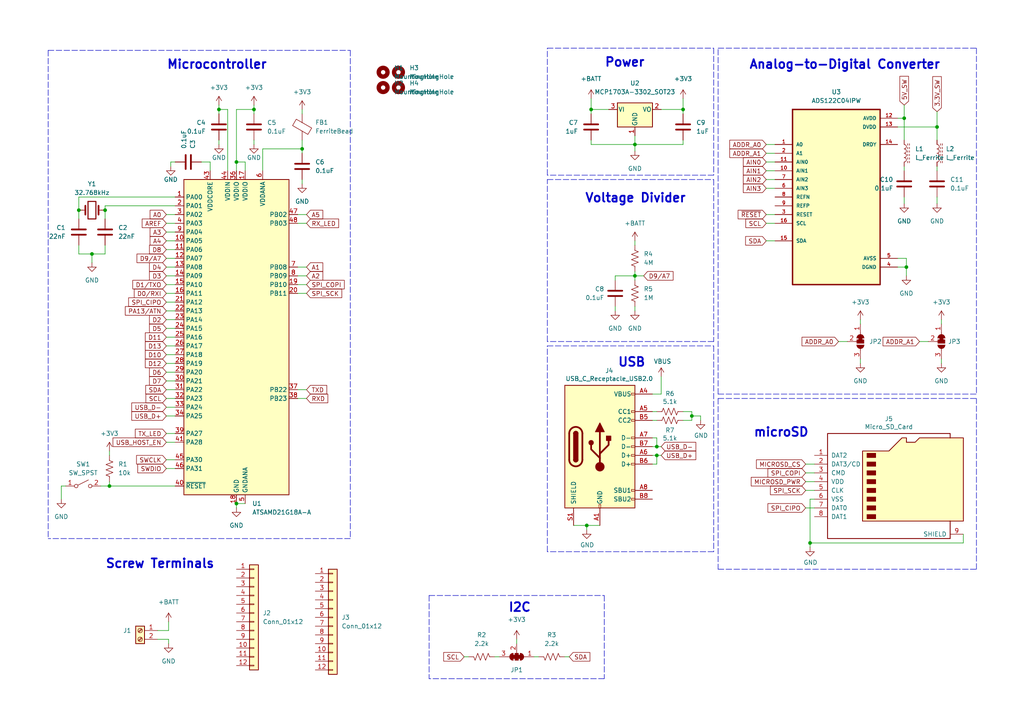
<source format=kicad_sch>
(kicad_sch (version 20211123) (generator eeschema)
  (paper "A4")
  (lib_symbols
    (symbol "Connector:Micro_SD_Card" (pin_names (offset 1.016))
      (property "Reference" "J" (at -16.51 15.24 0))
      (property "Value" "Micro_SD_Card" (at 16.51 15.24 0))
      (symbol "Micro_SD_Card_1_1"
        (pin bidirectional line (at -22.86 7.62 0) (length 3.81) (name "DAT2") (number "1"))
        (pin bidirectional line (at -22.86 5.08 0) (length 3.81) (name "DAT3/CD") (number "2"))
        (pin input line (at -22.86 2.54 0) (length 3.81) (name "CMD") (number "3"))
        (pin power_in line (at -22.86 0 0) (length 3.81) (name "VDD") (number "4"))
        (pin input line (at -22.86 -2.54 0) (length 3.81) (name "CLK") (number "5"))
        (pin power_in line (at -22.86 -5.08 0) (length 3.81) (name "VSS") (number "6"))
        (pin bidirectional line (at -22.86 -7.62 0) (length 3.81) (name "DAT0") (number "7"))
        (pin bidirectional line (at -22.86 -10.16 0) (length 3.81) (name "DAT1") (number "8"))
        (pin passive line (at 20.32 -15.24 180) (length 3.81) (name "SHIELD") (number "9"))
      )
    )
    (symbol "Connector:Screw_Terminal_01x02" (pin_names (offset 1.016) hide)
      (property "Reference" "J" (at 0 2.54 0))
      (property "Value" "Screw_Terminal_01x02" (at 0 -5.08 0))
      (symbol "Screw_Terminal_01x02_1_1"
        (pin passive line (at -5.08 0 0) (length 3.81) (name "Pin_1") (number "1"))
        (pin passive line (at -5.08 -2.54 0) (length 3.81) (name "Pin_2") (number "2"))
      )
    )
    (symbol "Connector:USB_C_Receptacle_USB2.0" (pin_names (offset 1.016))
      (property "Reference" "J" (at -10.16 19.05 0))
      (property "Value" "USB_C_Receptacle_USB2.0" (at 19.05 19.05 0))
      (symbol "USB_C_Receptacle_USB2.0_1_1"
        (pin passive line (at 0 -22.86 90) (length 5.08) (name "GND") (number "A1"))
        (pin passive line (at 0 -22.86 90) (length 5.08) hide (name "GND") (number "A12"))
        (pin passive line (at 15.24 15.24 180) (length 5.08) (name "VBUS") (number "A4"))
        (pin bidirectional line (at 15.24 10.16 180) (length 5.08) (name "CC1") (number "A5"))
        (pin bidirectional line (at 15.24 -2.54 180) (length 5.08) (name "D+") (number "A6"))
        (pin bidirectional line (at 15.24 2.54 180) (length 5.08) (name "D-") (number "A7"))
        (pin bidirectional line (at 15.24 -12.7 180) (length 5.08) (name "SBU1") (number "A8"))
        (pin passive line (at 15.24 15.24 180) (length 5.08) hide (name "VBUS") (number "A9"))
        (pin passive line (at 0 -22.86 90) (length 5.08) hide (name "GND") (number "B1"))
        (pin passive line (at 0 -22.86 90) (length 5.08) hide (name "GND") (number "B12"))
        (pin passive line (at 15.24 15.24 180) (length 5.08) hide (name "VBUS") (number "B4"))
        (pin bidirectional line (at 15.24 7.62 180) (length 5.08) (name "CC2") (number "B5"))
        (pin bidirectional line (at 15.24 -5.08 180) (length 5.08) (name "D+") (number "B6"))
        (pin bidirectional line (at 15.24 0 180) (length 5.08) (name "D-") (number "B7"))
        (pin bidirectional line (at 15.24 -15.24 180) (length 5.08) (name "SBU2") (number "B8"))
        (pin passive line (at 15.24 15.24 180) (length 5.08) hide (name "VBUS") (number "B9"))
        (pin passive line (at -7.62 -22.86 90) (length 5.08) (name "SHIELD") (number "S1"))
      )
    )
    (symbol "Connector_Generic:Conn_01x12" (pin_names (offset 1.016) hide)
      (property "Reference" "J" (at 0 15.24 0))
      (property "Value" "Conn_01x12" (at 0 -17.78 0))
      (symbol "Conn_01x12_1_1"
        (pin passive line (at -5.08 12.7 0) (length 3.81) (name "Pin_1") (number "1"))
        (pin passive line (at -5.08 -10.16 0) (length 3.81) (name "Pin_10") (number "10"))
        (pin passive line (at -5.08 -12.7 0) (length 3.81) (name "Pin_11") (number "11"))
        (pin passive line (at -5.08 -15.24 0) (length 3.81) (name "Pin_12") (number "12"))
        (pin passive line (at -5.08 10.16 0) (length 3.81) (name "Pin_2") (number "2"))
        (pin passive line (at -5.08 7.62 0) (length 3.81) (name "Pin_3") (number "3"))
        (pin passive line (at -5.08 5.08 0) (length 3.81) (name "Pin_4") (number "4"))
        (pin passive line (at -5.08 2.54 0) (length 3.81) (name "Pin_5") (number "5"))
        (pin passive line (at -5.08 0 0) (length 3.81) (name "Pin_6") (number "6"))
        (pin passive line (at -5.08 -2.54 0) (length 3.81) (name "Pin_7") (number "7"))
        (pin passive line (at -5.08 -5.08 0) (length 3.81) (name "Pin_8") (number "8"))
        (pin passive line (at -5.08 -7.62 0) (length 3.81) (name "Pin_9") (number "9"))
      )
    )
    (symbol "Cryologger:ADS122C04IPW" (pin_names (offset 1.016))
      (property "Reference" "U" (at -12.7 26.3906 0))
      (property "Value" "ADS122C04IPW" (at -12.7 -29.3878 0))
      (symbol "ADS122C04IPW_0_0"
        (pin input line (at -17.78 15.24 0) (length 5.08) (name "A0") (number "1"))
        (pin input line (at -17.78 7.62 0) (length 5.08) (name "AIN1") (number "10"))
        (pin input line (at -17.78 10.16 0) (length 5.08) (name "AIN0") (number "11"))
        (pin power_in line (at 17.78 22.86 180) (length 5.08) (name "AVDD") (number "12"))
        (pin power_in line (at 17.78 20.32 180) (length 5.08) (name "DVDD") (number "13"))
        (pin output line (at 17.78 15.24 180) (length 5.08) (name "DRDY") (number "14"))
        (pin bidirectional line (at -17.78 -12.7 0) (length 5.08) (name "SDA") (number "15"))
        (pin input line (at -17.78 -7.62 0) (length 5.08) (name "SCL") (number "16"))
        (pin input line (at -17.78 12.7 0) (length 5.08) (name "A1") (number "2"))
        (pin input line (at -17.78 -5.08 0) (length 5.08) (name "RESET") (number "3"))
        (pin power_in line (at 17.78 -20.32 180) (length 5.08) (name "DGND") (number "4"))
        (pin power_in line (at 17.78 -17.78 180) (length 5.08) (name "AVSS") (number "5"))
        (pin input line (at -17.78 2.54 0) (length 5.08) (name "AIN3") (number "6"))
        (pin input line (at -17.78 5.08 0) (length 5.08) (name "AIN2") (number "7"))
        (pin input line (at -17.78 0 0) (length 5.08) (name "REFN") (number "8"))
        (pin input line (at -17.78 -2.54 0) (length 5.08) (name "REFP") (number "9"))
      )
    )
    (symbol "Device:C" (pin_numbers hide) (pin_names (offset 0.254))
      (property "Reference" "C" (at 0.635 2.54 0))
      (property "Value" "C" (at 0.635 -2.54 0))
      (symbol "C_1_1"
        (pin passive line (at 0 3.81 270) (length 2.794) (name "~") (number "1"))
        (pin passive line (at 0 -3.81 90) (length 2.794) (name "~") (number "2"))
      )
    )
    (symbol "Device:Crystal" (pin_numbers hide) (pin_names (offset 1.016) hide)
      (property "Reference" "Y" (at 0 3.81 0))
      (property "Value" "Crystal" (at 0 -3.81 0))
      (symbol "Crystal_1_1"
        (pin passive line (at -3.81 0 0) (length 1.27) (name "1") (number "1"))
        (pin passive line (at 3.81 0 180) (length 1.27) (name "2") (number "2"))
      )
    )
    (symbol "Device:FerriteBead" (pin_numbers hide) (pin_names (offset 0))
      (property "Reference" "FB" (at -3.81 0.635 90))
      (property "Value" "FerriteBead" (at 3.81 0 90))
      (symbol "FerriteBead_1_1"
        (pin passive line (at 0 3.81 270) (length 2.54) (name "~") (number "1"))
        (pin passive line (at 0 -3.81 90) (length 2.54) (name "~") (number "2"))
      )
    )
    (symbol "Device:L_Ferrite" (pin_numbers hide) (pin_names (offset 1.016) hide)
      (property "Reference" "L" (at -1.27 0 90))
      (property "Value" "L_Ferrite" (at 2.794 0 90))
      (symbol "L_Ferrite_1_1"
        (pin passive line (at 0 3.81 270) (length 1.27) (name "1") (number "1"))
        (pin passive line (at 0 -3.81 90) (length 1.27) (name "2") (number "2"))
      )
    )
    (symbol "Device:R_US" (pin_numbers hide) (pin_names (offset 0))
      (property "Reference" "R" (at 2.54 0 90))
      (property "Value" "R_US" (at -2.54 0 90))
      (symbol "R_US_1_1"
        (pin passive line (at 0 3.81 270) (length 1.27) (name "~") (number "1"))
        (pin passive line (at 0 -3.81 90) (length 1.27) (name "~") (number "2"))
      )
    )
    (symbol "Jumper:SolderJumper_3_Bridged12" (pin_names (offset 0) hide)
      (property "Reference" "JP" (at -2.54 -2.54 0))
      (property "Value" "SolderJumper_3_Bridged12" (at 0 2.794 0))
      (symbol "SolderJumper_3_Bridged12_1_1"
        (pin passive line (at -5.08 0 0) (length 2.54) (name "A") (number "1"))
        (pin passive line (at 0 -3.81 90) (length 2.54) (name "C") (number "2"))
        (pin passive line (at 5.08 0 180) (length 2.54) (name "B") (number "3"))
      )
    )
    (symbol "Jumper:SolderJumper_3_Bridged123" (pin_names (offset 0) hide)
      (property "Reference" "JP" (at -2.54 -2.54 0))
      (property "Value" "SolderJumper_3_Bridged123" (at 0 2.794 0))
      (symbol "SolderJumper_3_Bridged123_1_1"
        (pin passive line (at -5.08 0 0) (length 2.54) (name "A") (number "1"))
        (pin passive line (at 0 -3.81 90) (length 2.54) (name "C") (number "2"))
        (pin passive line (at 5.08 0 180) (length 2.54) (name "B") (number "3"))
      )
    )
    (symbol "MCU_Microchip_SAMD:ATSAMD21G18A-A"
      (property "Reference" "U" (at -13.97 46.99 0))
      (property "Value" "ATSAMD21G18A-A" (at 16.51 46.99 0))
      (symbol "ATSAMD21G18A-A_1_1"
        (pin bidirectional line (at -17.78 40.64 0) (length 2.54) (name "PA00") (number "1"))
        (pin bidirectional line (at -17.78 27.94 0) (length 2.54) (name "PA05") (number "10"))
        (pin bidirectional line (at -17.78 25.4 0) (length 2.54) (name "PA06") (number "11"))
        (pin bidirectional line (at -17.78 22.86 0) (length 2.54) (name "PA07") (number "12"))
        (pin bidirectional line (at -17.78 20.32 0) (length 2.54) (name "PA08") (number "13"))
        (pin bidirectional line (at -17.78 17.78 0) (length 2.54) (name "PA09") (number "14"))
        (pin bidirectional line (at -17.78 15.24 0) (length 2.54) (name "PA10") (number "15"))
        (pin bidirectional line (at -17.78 12.7 0) (length 2.54) (name "PA11") (number "16"))
        (pin power_in line (at 2.54 48.26 270) (length 2.54) (name "VDDIO") (number "17"))
        (pin power_in line (at 0 -48.26 90) (length 2.54) (name "GND") (number "18"))
        (pin bidirectional line (at 17.78 15.24 180) (length 2.54) (name "PB10") (number "19"))
        (pin bidirectional line (at -17.78 38.1 0) (length 2.54) (name "PA01") (number "2"))
        (pin bidirectional line (at 17.78 12.7 180) (length 2.54) (name "PB11") (number "20"))
        (pin bidirectional line (at -17.78 10.16 0) (length 2.54) (name "PA12") (number "21"))
        (pin bidirectional line (at -17.78 7.62 0) (length 2.54) (name "PA13") (number "22"))
        (pin bidirectional line (at -17.78 5.08 0) (length 2.54) (name "PA14") (number "23"))
        (pin bidirectional line (at -17.78 2.54 0) (length 2.54) (name "PA15") (number "24"))
        (pin bidirectional line (at -17.78 0 0) (length 2.54) (name "PA16") (number "25"))
        (pin bidirectional line (at -17.78 -2.54 0) (length 2.54) (name "PA17") (number "26"))
        (pin bidirectional line (at -17.78 -5.08 0) (length 2.54) (name "PA18") (number "27"))
        (pin bidirectional line (at -17.78 -7.62 0) (length 2.54) (name "PA19") (number "28"))
        (pin bidirectional line (at -17.78 -10.16 0) (length 2.54) (name "PA20") (number "29"))
        (pin bidirectional line (at -17.78 35.56 0) (length 2.54) (name "PA02") (number "3"))
        (pin bidirectional line (at -17.78 -12.7 0) (length 2.54) (name "PA21") (number "30"))
        (pin bidirectional line (at -17.78 -15.24 0) (length 2.54) (name "PA22") (number "31"))
        (pin bidirectional line (at -17.78 -17.78 0) (length 2.54) (name "PA23") (number "32"))
        (pin bidirectional line (at -17.78 -20.32 0) (length 2.54) (name "PA24") (number "33"))
        (pin bidirectional line (at -17.78 -22.86 0) (length 2.54) (name "PA25") (number "34"))
        (pin passive line (at 0 -48.26 90) (length 2.54) hide (name "GND") (number "35"))
        (pin power_in line (at 0 48.26 270) (length 2.54) (name "VDDIO") (number "36"))
        (pin bidirectional line (at 17.78 -15.24 180) (length 2.54) (name "PB22") (number "37"))
        (pin bidirectional line (at 17.78 -17.78 180) (length 2.54) (name "PB23") (number "38"))
        (pin bidirectional line (at -17.78 -27.94 0) (length 2.54) (name "PA27") (number "39"))
        (pin bidirectional line (at -17.78 33.02 0) (length 2.54) (name "PA03") (number "4"))
        (pin input line (at -17.78 -43.18 0) (length 2.54) (name "~{RESET}") (number "40"))
        (pin bidirectional line (at -17.78 -30.48 0) (length 2.54) (name "PA28") (number "41"))
        (pin passive line (at 0 -48.26 90) (length 2.54) hide (name "GND") (number "42"))
        (pin power_out line (at -7.62 48.26 270) (length 2.54) (name "VDDCORE") (number "43"))
        (pin power_in line (at -2.54 48.26 270) (length 2.54) (name "VDDIN") (number "44"))
        (pin bidirectional line (at -17.78 -35.56 0) (length 2.54) (name "PA30") (number "45"))
        (pin bidirectional line (at -17.78 -38.1 0) (length 2.54) (name "PA31") (number "46"))
        (pin bidirectional line (at 17.78 35.56 180) (length 2.54) (name "PB02") (number "47"))
        (pin bidirectional line (at 17.78 33.02 180) (length 2.54) (name "PB03") (number "48"))
        (pin power_in line (at 2.54 -48.26 90) (length 2.54) (name "GNDANA") (number "5"))
        (pin power_in line (at 7.62 48.26 270) (length 2.54) (name "VDDANA") (number "6"))
        (pin bidirectional line (at 17.78 20.32 180) (length 2.54) (name "PB08") (number "7"))
        (pin bidirectional line (at 17.78 17.78 180) (length 2.54) (name "PB09") (number "8"))
        (pin bidirectional line (at -17.78 30.48 0) (length 2.54) (name "PA04") (number "9"))
      )
    )
    (symbol "Mechanical:MountingHole" (pin_names (offset 1.016))
      (property "Reference" "H" (at 0 5.08 0))
      (property "Value" "MountingHole" (at 0 3.175 0))
    )
    (symbol "Regulator_Linear:MCP1703A-3302_SOT23" (pin_names (offset 0.254))
      (property "Reference" "U" (at -3.81 3.175 0))
      (property "Value" "MCP1703A-3302_SOT23" (at 0 3.175 0))
      (symbol "MCP1703A-3302_SOT23_1_1"
        (pin power_in line (at 0 -7.62 90) (length 2.54) (name "GND") (number "1"))
        (pin power_out line (at 7.62 0 180) (length 2.54) (name "VO") (number "2"))
        (pin power_in line (at -7.62 0 0) (length 2.54) (name "VI") (number "3"))
      )
    )
    (symbol "Switch:SW_SPST" (pin_names (offset 0) hide)
      (property "Reference" "SW" (at 0 3.175 0))
      (property "Value" "SW_SPST" (at 0 -2.54 0))
      (symbol "SW_SPST_1_1"
        (pin passive line (at -5.08 0 0) (length 2.54) (name "A") (number "1"))
        (pin passive line (at 5.08 0 180) (length 2.54) (name "B") (number "2"))
      )
    )
    (symbol "power:+3.3V" (power) (pin_names (offset 0))
      (property "Value" "+3.3V" (at 0 3.556 0))
      (symbol "+3.3V_1_1"
        (pin power_in line (at 0 0 90) (length 0) hide (name "+3V3") (number "1"))
      )
    )
    (symbol "power:+BATT" (power) (pin_names (offset 0))
      (property "Value" "+BATT" (at 0 3.556 0))
      (symbol "+BATT_1_1"
        (pin power_in line (at 0 0 90) (length 0) hide (name "+BATT") (number "1"))
      )
    )
    (symbol "power:GND" (power) (pin_names (offset 0))
      (property "Value" "GND" (at 0 -3.81 0))
      (symbol "GND_1_1"
        (pin power_in line (at 0 0 270) (length 0) hide (name "GND") (number "1"))
      )
    )
    (symbol "power:VBUS" (power) (pin_names (offset 0))
      (property "Value" "VBUS" (at 0 3.81 0))
      (symbol "VBUS_1_1"
        (pin power_in line (at 0 0 90) (length 0) hide (name "VBUS") (number "1"))
      )
    )
  )
  (junction (at 198.12 31.75))
  (junction (at 234.95 157.48))
  (junction (at 190.5 132.08))
  (junction (at 190.5 129.54))
  (junction (at 184.15 80.01))
  (junction (at 68.58 46.99))
  (junction (at 26.67 73.66))
  (junction (at 184.15 41.91))
  (junction (at 170.18 152.4))
  (junction (at 262.89 77.47))
  (junction (at 262.255 34.29))
  (junction (at 171.45 31.75))
  (junction (at 73.66 31.75))
  (junction (at 68.58 146.05))
  (junction (at 31.75 140.97))
  (junction (at 63.5 31.75))
  (junction (at 87.63 43.18))
  (junction (at 271.78 36.83))
  (junction (at 30.48 60.96))
  (junction (at 22.86 60.96))
  (junction (at 200.66 120.65))
  (wire (pts (xy 48.26 107.95) (xy 50.8 107.95)))
  (wire (pts (xy 48.26 102.87) (xy 50.8 102.87)))
  (wire (pts (xy 262.89 77.47) (xy 262.89 80.01)))
  (wire (pts (xy 222.25 54.61) (xy 224.79 54.61)))
  (wire (pts (xy 260.35 77.47) (xy 262.89 77.47)))
  (polyline (pts (xy 207.01 50.8) (xy 158.75 50.8)))
  (wire (pts (xy 86.36 77.47) (xy 88.9 77.47)))
  (wire (pts (xy 63.5 30.48) (xy 63.5 31.75)))
  (polyline (pts (xy 158.75 50.8) (xy 158.75 13.97)))
  (wire (pts (xy 48.26 110.49) (xy 50.8 110.49)))
  (wire (pts (xy 171.45 31.75) (xy 171.45 28.575)))
  (wire (pts (xy 171.45 31.75) (xy 176.53 31.75)))
  (wire (pts (xy 87.63 43.18) (xy 87.63 44.45)))
  (wire (pts (xy 86.36 82.55) (xy 88.9 82.55)))
  (wire (pts (xy 243.205 99.06) (xy 245.745 99.06)))
  (polyline (pts (xy 158.75 100.33) (xy 207.01 100.33)))
  (wire (pts (xy 48.26 118.11) (xy 50.8 118.11)))
  (wire (pts (xy 184.15 69.85) (xy 184.15 71.12)))
  (wire (pts (xy 31.75 140.97) (xy 31.75 139.7)))
  (polyline (pts (xy 208.28 114.3) (xy 208.28 13.97)))
  (polyline (pts (xy 158.75 160.02) (xy 158.75 100.33)))
  (wire (pts (xy 48.26 128.27) (xy 50.8 128.27)))
  (wire (pts (xy 86.36 64.77) (xy 88.9 64.77)))
  (polyline (pts (xy 124.46 172.72) (xy 175.26 172.72)))
  (polyline (pts (xy 283.21 165.1) (xy 283.21 115.57)))
  (wire (pts (xy 86.36 115.57) (xy 88.9 115.57)))
  (wire (pts (xy 200.66 121.92) (xy 200.66 120.65)))
  (wire (pts (xy 234.95 157.48) (xy 279.4 157.48)))
  (wire (pts (xy 189.23 114.3) (xy 191.77 114.3)))
  (wire (pts (xy 149.86 185.42) (xy 149.86 186.69)))
  (wire (pts (xy 184.15 88.9) (xy 184.15 90.17)))
  (wire (pts (xy 198.12 28.575) (xy 198.12 31.75)))
  (wire (pts (xy 198.12 40.64) (xy 198.12 41.91)))
  (wire (pts (xy 22.86 57.15) (xy 22.86 60.96)))
  (wire (pts (xy 48.895 185.42) (xy 48.895 186.69)))
  (polyline (pts (xy 208.28 115.57) (xy 208.28 165.1)))
  (wire (pts (xy 87.63 33.02) (xy 87.63 31.75)))
  (wire (pts (xy 48.26 69.85) (xy 50.8 69.85)))
  (polyline (pts (xy 175.26 196.85) (xy 124.46 196.85)))
  (wire (pts (xy 266.7 99.06) (xy 269.24 99.06)))
  (wire (pts (xy 189.23 132.08) (xy 190.5 132.08)))
  (wire (pts (xy 249.555 92.71) (xy 249.555 93.98)))
  (polyline (pts (xy 208.28 13.97) (xy 283.21 13.97)))
  (wire (pts (xy 68.58 46.99) (xy 68.58 31.75)))
  (wire (pts (xy 30.48 60.96) (xy 30.48 59.69)))
  (polyline (pts (xy 13.97 14.605) (xy 13.97 156.21)))
  (wire (pts (xy 68.58 49.53) (xy 68.58 46.99)))
  (wire (pts (xy 26.67 73.66) (xy 26.67 76.2)))
  (wire (pts (xy 86.36 62.23) (xy 88.9 62.23)))
  (wire (pts (xy 48.895 182.88) (xy 48.895 180.34)))
  (polyline (pts (xy 208.28 114.3) (xy 283.21 114.3)))
  (wire (pts (xy 262.255 34.29) (xy 262.255 40.64)))
  (polyline (pts (xy 13.97 14.605) (xy 101.6 14.605)))
  (wire (pts (xy 189.23 127) (xy 190.5 127)))
  (wire (pts (xy 45.72 182.88) (xy 48.895 182.88)))
  (wire (pts (xy 178.435 88.9) (xy 178.435 90.17)))
  (wire (pts (xy 48.26 87.63) (xy 50.8 87.63)))
  (polyline (pts (xy 283.21 13.97) (xy 283.21 114.3)))
  (wire (pts (xy 191.77 114.3) (xy 191.77 109.22)))
  (wire (pts (xy 189.23 134.62) (xy 190.5 134.62)))
  (wire (pts (xy 48.26 135.89) (xy 50.8 135.89)))
  (wire (pts (xy 191.77 31.75) (xy 198.12 31.75)))
  (wire (pts (xy 48.26 133.35) (xy 50.8 133.35)))
  (wire (pts (xy 48.26 85.09) (xy 50.8 85.09)))
  (wire (pts (xy 200.66 120.65) (xy 200.66 119.38)))
  (wire (pts (xy 30.48 59.69) (xy 50.8 59.69)))
  (wire (pts (xy 73.66 31.75) (xy 73.66 33.02)))
  (wire (pts (xy 184.15 80.01) (xy 186.69 80.01)))
  (polyline (pts (xy 207.01 99.06) (xy 158.75 99.06)))
  (polyline (pts (xy 208.28 165.1) (xy 283.21 165.1)))
  (wire (pts (xy 234.95 157.48) (xy 234.95 158.75)))
  (polyline (pts (xy 207.01 52.07) (xy 207.01 99.06)))
  (wire (pts (xy 203.2 120.65) (xy 203.2 121.92)))
  (wire (pts (xy 171.45 40.64) (xy 171.45 41.91)))
  (wire (pts (xy 184.15 41.91) (xy 198.12 41.91)))
  (wire (pts (xy 273.05 92.71) (xy 273.05 93.98)))
  (wire (pts (xy 63.5 31.75) (xy 63.5 33.02)))
  (polyline (pts (xy 101.6 14.605) (xy 101.6 156.21)))
  (wire (pts (xy 48.26 92.71) (xy 50.8 92.71)))
  (wire (pts (xy 68.58 146.05) (xy 71.12 146.05)))
  (wire (pts (xy 68.58 146.05) (xy 68.58 147.32)))
  (wire (pts (xy 184.15 39.37) (xy 184.15 41.91)))
  (wire (pts (xy 234.95 144.78) (xy 234.95 157.48)))
  (wire (pts (xy 170.18 153.67) (xy 170.18 152.4)))
  (wire (pts (xy 222.25 52.07) (xy 224.79 52.07)))
  (polyline (pts (xy 175.26 172.72) (xy 175.26 196.85)))
  (wire (pts (xy 143.51 190.5) (xy 144.78 190.5)))
  (wire (pts (xy 134.62 190.5) (xy 135.89 190.5)))
  (wire (pts (xy 222.25 62.23) (xy 224.79 62.23)))
  (wire (pts (xy 273.05 104.14) (xy 273.05 105.41)))
  (wire (pts (xy 76.2 49.53) (xy 76.2 43.18)))
  (polyline (pts (xy 208.28 115.57) (xy 283.21 115.57)))
  (wire (pts (xy 71.12 46.99) (xy 71.12 49.53)))
  (wire (pts (xy 184.15 43.815) (xy 184.15 41.91)))
  (wire (pts (xy 48.26 113.03) (xy 50.8 113.03)))
  (wire (pts (xy 58.42 46.99) (xy 60.96 46.99)))
  (wire (pts (xy 222.25 44.45) (xy 224.79 44.45)))
  (wire (pts (xy 279.4 154.94) (xy 279.4 157.48)))
  (polyline (pts (xy 158.75 13.97) (xy 207.01 13.97)))
  (polyline (pts (xy 158.75 52.07) (xy 207.01 52.07)))
  (wire (pts (xy 73.66 30.48) (xy 73.66 31.75)))
  (wire (pts (xy 48.26 105.41) (xy 50.8 105.41)))
  (wire (pts (xy 48.26 95.25) (xy 50.8 95.25)))
  (wire (pts (xy 222.25 41.91) (xy 224.79 41.91)))
  (wire (pts (xy 222.25 64.77) (xy 224.79 64.77)))
  (wire (pts (xy 48.26 100.33) (xy 50.8 100.33)))
  (wire (pts (xy 190.5 129.54) (xy 190.5 127)))
  (wire (pts (xy 262.255 57.15) (xy 262.255 59.055)))
  (wire (pts (xy 166.37 152.4) (xy 170.18 152.4)))
  (polyline (pts (xy 207.01 100.33) (xy 207.01 160.02)))
  (wire (pts (xy 48.26 77.47) (xy 50.8 77.47)))
  (wire (pts (xy 189.23 129.54) (xy 190.5 129.54)))
  (wire (pts (xy 171.45 41.91) (xy 184.15 41.91)))
  (wire (pts (xy 184.15 80.01) (xy 184.15 81.28)))
  (wire (pts (xy 222.25 69.85) (xy 224.79 69.85)))
  (wire (pts (xy 190.5 129.54) (xy 191.77 129.54)))
  (wire (pts (xy 262.255 49.53) (xy 262.255 48.26)))
  (wire (pts (xy 73.66 40.64) (xy 73.66 41.91)))
  (wire (pts (xy 198.12 33.02) (xy 198.12 31.75)))
  (wire (pts (xy 236.22 144.78) (xy 234.95 144.78)))
  (wire (pts (xy 48.26 72.39) (xy 50.8 72.39)))
  (wire (pts (xy 271.78 32.385) (xy 271.78 36.83)))
  (wire (pts (xy 189.23 119.38) (xy 190.5 119.38)))
  (wire (pts (xy 262.89 74.93) (xy 262.89 77.47)))
  (wire (pts (xy 271.78 57.15) (xy 271.78 59.055)))
  (wire (pts (xy 200.66 120.65) (xy 203.2 120.65)))
  (wire (pts (xy 236.22 137.16) (xy 233.68 137.16)))
  (wire (pts (xy 29.21 140.97) (xy 31.75 140.97)))
  (wire (pts (xy 222.25 49.53) (xy 224.79 49.53)))
  (wire (pts (xy 48.26 74.93) (xy 50.8 74.93)))
  (wire (pts (xy 262.255 30.48) (xy 262.255 34.29)))
  (wire (pts (xy 48.26 125.73) (xy 50.8 125.73)))
  (wire (pts (xy 86.36 85.09) (xy 88.9 85.09)))
  (polyline (pts (xy 207.01 13.97) (xy 207.01 50.8)))
  (wire (pts (xy 190.5 134.62) (xy 190.5 132.08)))
  (wire (pts (xy 48.26 115.57) (xy 50.8 115.57)))
  (wire (pts (xy 22.86 63.5) (xy 22.86 60.96)))
  (wire (pts (xy 86.36 113.03) (xy 88.9 113.03)))
  (wire (pts (xy 260.35 74.93) (xy 262.89 74.93)))
  (wire (pts (xy 271.78 40.64) (xy 271.78 36.83)))
  (wire (pts (xy 48.26 80.01) (xy 50.8 80.01)))
  (wire (pts (xy 45.72 185.42) (xy 48.895 185.42)))
  (wire (pts (xy 165.1 190.5) (xy 163.83 190.5)))
  (wire (pts (xy 48.26 64.77) (xy 50.8 64.77)))
  (wire (pts (xy 87.63 52.07) (xy 87.63 53.34)))
  (wire (pts (xy 170.18 152.4) (xy 173.99 152.4)))
  (wire (pts (xy 200.66 119.38) (xy 198.12 119.38)))
  (wire (pts (xy 271.78 48.26) (xy 271.78 49.53)))
  (wire (pts (xy 48.26 120.65) (xy 50.8 120.65)))
  (polyline (pts (xy 101.6 156.21) (xy 13.97 156.21)))
  (wire (pts (xy 184.15 78.74) (xy 184.15 80.01)))
  (wire (pts (xy 48.26 97.79) (xy 50.8 97.79)))
  (wire (pts (xy 178.435 80.01) (xy 184.15 80.01)))
  (wire (pts (xy 260.35 34.29) (xy 262.255 34.29)))
  (wire (pts (xy 189.23 121.92) (xy 190.5 121.92)))
  (wire (pts (xy 48.26 67.31) (xy 50.8 67.31)))
  (wire (pts (xy 26.67 73.66) (xy 22.86 73.66)))
  (wire (pts (xy 236.22 134.62) (xy 233.68 134.62)))
  (wire (pts (xy 222.25 46.99) (xy 224.79 46.99)))
  (wire (pts (xy 86.36 80.01) (xy 88.9 80.01)))
  (wire (pts (xy 154.94 190.5) (xy 156.21 190.5)))
  (wire (pts (xy 17.78 144.78) (xy 17.78 140.97)))
  (polyline (pts (xy 124.46 172.72) (xy 124.46 196.85)))
  (wire (pts (xy 68.58 31.75) (xy 73.66 31.75)))
  (wire (pts (xy 31.75 140.97) (xy 50.8 140.97)))
  (wire (pts (xy 68.58 46.99) (xy 71.12 46.99)))
  (wire (pts (xy 87.63 40.64) (xy 87.63 43.18)))
  (wire (pts (xy 30.48 71.12) (xy 30.48 73.66)))
  (wire (pts (xy 178.435 81.28) (xy 178.435 80.01)))
  (wire (pts (xy 76.2 43.18) (xy 87.63 43.18)))
  (wire (pts (xy 236.22 147.32) (xy 233.68 147.32)))
  (wire (pts (xy 17.78 140.97) (xy 19.05 140.97)))
  (polyline (pts (xy 158.75 99.06) (xy 158.75 52.07)))
  (wire (pts (xy 233.68 139.7) (xy 236.22 139.7)))
  (wire (pts (xy 49.53 46.99) (xy 49.53 48.26)))
  (wire (pts (xy 48.26 62.23) (xy 50.8 62.23)))
  (wire (pts (xy 66.04 31.75) (xy 63.5 31.75)))
  (wire (pts (xy 190.5 132.08) (xy 191.77 132.08)))
  (wire (pts (xy 49.53 46.99) (xy 50.8 46.99)))
  (wire (pts (xy 171.45 31.75) (xy 171.45 33.02)))
  (wire (pts (xy 30.48 63.5) (xy 30.48 60.96)))
  (wire (pts (xy 249.555 104.14) (xy 249.555 105.41)))
  (wire (pts (xy 30.48 73.66) (xy 26.67 73.66)))
  (wire (pts (xy 236.22 142.24) (xy 233.68 142.24)))
  (wire (pts (xy 22.86 73.66) (xy 22.86 71.12)))
  (wire (pts (xy 22.86 57.15) (xy 50.8 57.15)))
  (wire (pts (xy 66.04 31.75) (xy 66.04 49.53)))
  (wire (pts (xy 198.12 121.92) (xy 200.66 121.92)))
  (wire (pts (xy 63.5 40.64) (xy 63.5 41.91)))
  (wire (pts (xy 260.35 36.83) (xy 271.78 36.83)))
  (wire (pts (xy 31.75 132.08) (xy 31.75 130.81)))
  (polyline (pts (xy 207.01 160.02) (xy 158.75 160.02)))
  (wire (pts (xy 60.96 49.53) (xy 60.96 46.99)))
  (wire (pts (xy 48.26 90.17) (xy 50.8 90.17)))
  (wire (pts (xy 48.26 82.55) (xy 50.8 82.55)))
  (text "Screw Terminals" (at 30.48 165.1 0) (effects (font (size 2.54 2.54) (thickness 0.508) bold) (justify left bottom)))
  (text "microSD" (at 218.44 127 0) (effects (font (size 2.54 2.54) (thickness 0.508) bold) (justify left bottom)))
  (text "Power" (at 175.26 19.685 0) (effects (font (size 2.54 2.54) (thickness 0.508) bold) (justify left bottom)))
  (text "Voltage Divider" (at 169.545 59.055 0) (effects (font (size 2.54 2.54) (thickness 0.508) bold) (justify left bottom)))
  (text "I2C" (at 147.32 177.8 0) (effects (font (size 2.54 2.54) (thickness 0.508) bold) (justify left bottom)))
  (text "USB" (at 179.07 106.68 0) (effects (font (size 2.54 2.54) (thickness 0.508) bold) (justify left bottom)))
  (text "Analog-to-Digital Converter" (at 217.17 20.32 0) (effects (font (size 2.54 2.54) (thickness 0.508) bold) (justify left bottom)))
  (text "Microcontroller" (at 48.26 20.32 0) (effects (font (size 2.54 2.54) (thickness 0.508) bold) (justify left bottom)))
  (global_label "USB_D+" (shape input) (at 191.77 132.08 0) (property "Intersheet References" "${INTERSHEET_REFS}" (effects hide)))
  (global_label "D7" (shape input) (at 48.26 110.49 180) (property "Intersheet References" "${INTERSHEET_REFS}" (effects hide)))
  (global_label "SWDIO" (shape input) (at 48.26 135.89 180) (property "Intersheet References" "${INTERSHEET_REFS}" (effects hide)))
  (global_label "SDA" (shape input) (at 48.26 113.03 180) (property "Intersheet References" "${INTERSHEET_REFS}" (effects hide)))
  (global_label "D9{slash}A7" (shape input) (at 48.26 74.93 180) (property "Intersheet References" "${INTERSHEET_REFS}" (effects hide)))
  (global_label "MICROSD_PWR" (shape input) (at 233.68 139.7 180) (property "Intersheet References" "${INTERSHEET_REFS}" (effects hide)))
  (global_label "D1{slash}TXO" (shape input) (at 48.26 82.55 180) (property "Intersheet References" "${INTERSHEET_REFS}" (effects hide)))
  (global_label "A3" (shape input) (at 48.26 67.31 180) (property "Intersheet References" "${INTERSHEET_REFS}" (effects hide)))
  (global_label "D0{slash}RXI" (shape input) (at 48.26 85.09 180) (property "Intersheet References" "${INTERSHEET_REFS}" (effects hide)))
  (global_label "SCL" (shape input) (at 48.26 115.57 180) (property "Intersheet References" "${INTERSHEET_REFS}" (effects hide)))
  (global_label "USB_D-" (shape input) (at 48.26 118.11 180) (property "Intersheet References" "${INTERSHEET_REFS}" (effects hide)))
  (global_label "ADDR_A1" (shape input) (at 266.7 99.06 180) (property "Intersheet References" "${INTERSHEET_REFS}" (effects hide)))
  (global_label "AIN2" (shape input) (at 222.25 52.07 180) (property "Intersheet References" "${INTERSHEET_REFS}" (effects hide)))
  (global_label "MICROSD_CS" (shape input) (at 233.68 134.62 180) (property "Intersheet References" "${INTERSHEET_REFS}" (effects hide)))
  (global_label "D9{slash}A7" (shape input) (at 186.69 80.01 0) (property "Intersheet References" "${INTERSHEET_REFS}" (effects hide)))
  (global_label "PA13{slash}ATN" (shape input) (at 48.26 90.17 180) (property "Intersheet References" "${INTERSHEET_REFS}" (effects hide)))
  (global_label "USB_HOST_EN" (shape input) (at 48.26 128.27 180) (property "Intersheet References" "${INTERSHEET_REFS}" (effects hide)))
  (global_label "D10" (shape input) (at 48.26 102.87 180) (property "Intersheet References" "${INTERSHEET_REFS}" (effects hide)))
  (global_label "SPI_CIPO" (shape input) (at 48.26 87.63 180) (property "Intersheet References" "${INTERSHEET_REFS}" (effects hide)))
  (global_label "USB_D+" (shape input) (at 48.26 120.65 180) (property "Intersheet References" "${INTERSHEET_REFS}" (effects hide)))
  (global_label "D2" (shape input) (at 48.26 92.71 180) (property "Intersheet References" "${INTERSHEET_REFS}" (effects hide)))
  (global_label "SDA" (shape input) (at 165.1 190.5 0) (property "Intersheet References" "${INTERSHEET_REFS}" (effects hide)))
  (global_label "5V_SW" (shape input) (at 262.255 30.48 90) (property "Intersheet References" "${INTERSHEET_REFS}" (effects hide)))
  (global_label "SPI_CIPO" (shape input) (at 233.68 147.32 180) (property "Intersheet References" "${INTERSHEET_REFS}" (effects hide)))
  (global_label "SPI_SCK" (shape input) (at 233.68 142.24 180) (property "Intersheet References" "${INTERSHEET_REFS}" (effects hide)))
  (global_label "A4" (shape input) (at 48.26 69.85 180) (property "Intersheet References" "${INTERSHEET_REFS}" (effects hide)))
  (global_label "~{RESET}" (shape input) (at 222.25 62.23 180) (property "Intersheet References" "${INTERSHEET_REFS}" (effects hide)))
  (global_label "AIN3" (shape input) (at 222.25 54.61 180) (property "Intersheet References" "${INTERSHEET_REFS}" (effects hide)))
  (global_label "D12" (shape input) (at 48.26 105.41 180) (property "Intersheet References" "${INTERSHEET_REFS}" (effects hide)))
  (global_label "D6" (shape input) (at 48.26 107.95 180) (property "Intersheet References" "${INTERSHEET_REFS}" (effects hide)))
  (global_label "D5" (shape input) (at 48.26 95.25 180) (property "Intersheet References" "${INTERSHEET_REFS}" (effects hide)))
  (global_label "D3" (shape input) (at 48.26 80.01 180) (property "Intersheet References" "${INTERSHEET_REFS}" (effects hide)))
  (global_label "ADDR_A1" (shape input) (at 222.25 44.45 180) (property "Intersheet References" "${INTERSHEET_REFS}" (effects hide)))
  (global_label "A0" (shape input) (at 48.26 62.23 180) (property "Intersheet References" "${INTERSHEET_REFS}" (effects hide)))
  (global_label "D4" (shape input) (at 48.26 77.47 180) (property "Intersheet References" "${INTERSHEET_REFS}" (effects hide)))
  (global_label "SPI_COPI" (shape input) (at 88.9 82.55 0) (property "Intersheet References" "${INTERSHEET_REFS}" (effects hide)))
  (global_label "A5" (shape input) (at 88.9 62.23 0) (property "Intersheet References" "${INTERSHEET_REFS}" (effects hide)))
  (global_label "RX_LED" (shape input) (at 88.9 64.77 0) (property "Intersheet References" "${INTERSHEET_REFS}" (effects hide)))
  (global_label "USB_D-" (shape input) (at 191.77 129.54 0) (property "Intersheet References" "${INTERSHEET_REFS}" (effects hide)))
  (global_label "SPI_COPI" (shape input) (at 233.68 137.16 180) (property "Intersheet References" "${INTERSHEET_REFS}" (effects hide)))
  (global_label "AIN0" (shape input) (at 222.25 46.99 180) (property "Intersheet References" "${INTERSHEET_REFS}" (effects hide)))
  (global_label "A2" (shape input) (at 88.9 80.01 0) (property "Intersheet References" "${INTERSHEET_REFS}" (effects hide)))
  (global_label "3.3V_SW" (shape input) (at 271.78 32.385 90) (property "Intersheet References" "${INTERSHEET_REFS}" (effects hide)))
  (global_label "D11" (shape input) (at 48.26 97.79 180) (property "Intersheet References" "${INTERSHEET_REFS}" (effects hide)))
  (global_label "ADDR_A0" (shape input) (at 243.205 99.06 180) (property "Intersheet References" "${INTERSHEET_REFS}" (effects hide)))
  (global_label "ADDR_A0" (shape input) (at 222.25 41.91 180) (property "Intersheet References" "${INTERSHEET_REFS}" (effects hide)))
  (global_label "A1" (shape input) (at 88.9 77.47 0) (property "Intersheet References" "${INTERSHEET_REFS}" (effects hide)))
  (global_label "SCL" (shape input) (at 134.62 190.5 180) (property "Intersheet References" "${INTERSHEET_REFS}" (effects hide)))
  (global_label "AREF" (shape input) (at 48.26 64.77 180) (property "Intersheet References" "${INTERSHEET_REFS}" (effects hide)))
  (global_label "RXD" (shape input) (at 88.9 115.57 0) (property "Intersheet References" "${INTERSHEET_REFS}" (effects hide)))
  (global_label "TXD" (shape input) (at 88.9 113.03 0) (property "Intersheet References" "${INTERSHEET_REFS}" (effects hide)))
  (global_label "SWCLK" (shape input) (at 48.26 133.35 180) (property "Intersheet References" "${INTERSHEET_REFS}" (effects hide)))
  (global_label "SCL" (shape input) (at 222.25 64.77 180) (property "Intersheet References" "${INTERSHEET_REFS}" (effects hide)))
  (global_label "AIN1" (shape input) (at 222.25 49.53 180) (property "Intersheet References" "${INTERSHEET_REFS}" (effects hide)))
  (global_label "D13" (shape input) (at 48.26 100.33 180) (property "Intersheet References" "${INTERSHEET_REFS}" (effects hide)))
  (global_label "SDA" (shape input) (at 222.25 69.85 180) (property "Intersheet References" "${INTERSHEET_REFS}" (effects hide)))
  (global_label "TX_LED" (shape input) (at 48.26 125.73 180) (property "Intersheet References" "${INTERSHEET_REFS}" (effects hide)))
  (global_label "D8" (shape input) (at 48.26 72.39 180) (property "Intersheet References" "${INTERSHEET_REFS}" (effects hide)))
  (global_label "SPI_SCK" (shape input) (at 88.9 85.09 0) (property "Intersheet References" "${INTERSHEET_REFS}" (effects hide)))
  (symbol (lib_id "power:GND") (at 184.15 90.17 0) (unit 1)
    (property "Reference" "#PWR020" (effects hide))
    (property "Value" "GND" (at 184.15 95.25 0))
  )
  (symbol (lib_id "power:GND") (at 184.15 43.815 0) (unit 1)
    (property "Reference" "#PWR018" (effects hide))
    (property "Value" "GND" (at 184.15 48.895 0))
  )
  (symbol (lib_id "power:GND") (at 262.255 59.055 0) (unit 1)
    (property "Reference" "#PWR027" (effects hide))
    (property "Value" "GND" (at 262.255 64.135 0))
  )
  (symbol (lib_id "power:GND") (at 73.66 41.91 0) (unit 1)
    (property "Reference" "#PWR011" (effects hide))
    (property "Value" "GND" (at 73.66 45.72 0))
  )
  (symbol (lib_id "Device:C") (at 178.435 85.09 0) (mirror x) (unit 1)
    (property "Reference" "C8" (at 175.26 83.8199 0) (effects (justify right)))
    (property "Value" "0.1uF" (at 175.26 86.3599 0) (effects (justify right)))
    (property "Footprint" "Capacitor_SMD:C_0603_1608Metric" (effects hide))
  )
  (symbol (lib_id "MCU_Microchip_SAMD:ATSAMD21G18A-A") (at 68.58 97.79 0) (unit 1)
    (property "Reference" "U1" (at 73.1394 146.05 0) (effects (justify left)))
    (property "Value" "ATSAMD21G18A-A" (at 73.1394 148.59 0) (effects (justify left)))
    (property "Footprint" "Package_QFP:TQFP-48_7x7mm_P0.5mm" (effects hide))
    (property "Datasheet" "http://ww1.microchip.com/downloads/en/DeviceDoc/SAM_D21_DA1_Family_Data%20Sheet_DS40001882E.pdf" (effects hide))
  )
  (symbol (lib_id "Device:C") (at 73.66 36.83 0) (unit 1)
    (property "Reference" "C5" (at 77.47 35.5599 0) (effects (justify left)))
    (property "Value" "0.1uF" (at 77.47 38.0999 0) (effects (justify left)))
    (property "Footprint" "Capacitor_SMD:C_0603_1608Metric" (effects hide))
  )
  (symbol (lib_id "Device:C") (at 171.45 36.83 180) (unit 1)
    (property "Reference" "C7" (at 167.64 35.5599 0) (effects (justify left)))
    (property "Value" "1uF" (at 167.64 38.0999 0) (effects (justify left)))
    (property "Footprint" "Capacitor_SMD:C_0603_1608Metric" (effects hide))
  )
  (symbol (lib_id "power:+3.3V") (at 149.86 185.42 0) (unit 1)
    (property "Reference" "#PWR014" (effects hide))
    (property "Value" "+3.3V" (at 149.86 179.705 0))
  )
  (symbol (lib_id "power:GND") (at 234.95 158.75 0) (unit 1)
    (property "Reference" "#PWR024" (effects hide))
    (property "Value" "GND" (at 235.077 163.1442 0))
  )
  (symbol (lib_id "power:+BATT") (at 171.45 28.575 0) (unit 1)
    (property "Reference" "#PWR016" (effects hide))
    (property "Value" "+BATT" (at 171.45 22.86 0))
  )
  (symbol (lib_id "power:GND") (at 262.89 80.01 0) (unit 1)
    (property "Reference" "#PWR028" (effects hide))
    (property "Value" "GND" (at 262.89 85.09 0))
  )
  (symbol (lib_id "Device:Crystal") (at 26.67 60.96 180) (unit 1)
    (property "Reference" "Y1" (at 26.67 53.34 0))
    (property "Value" "32.768kHz" (at 26.67 55.88 0))
    (property "Footprint" "Crystal:Crystal_SMD_3215-2Pin_3.2x1.5mm" (effects hide))
  )
  (symbol (lib_id "power:+3.3V") (at 63.5 30.48 0) (unit 1)
    (property "Reference" "#PWR07" (effects hide))
    (property "Value" "+3.3V" (at 63.5 25.4 0))
  )
  (symbol (lib_id "Regulator_Linear:MCP1703A-3302_SOT23") (at 184.15 31.75 0) (unit 1)
    (property "Reference" "U2" (at 184.15 24.13 0))
    (property "Value" "MCP1703A-3302_SOT23" (at 184.15 26.67 0))
    (property "Footprint" "Package_TO_SOT_SMD:SOT-23" (effects hide))
    (property "Datasheet" "http://ww1.microchip.com/downloads/en/DeviceDoc/20005122B.pdf" (effects hide))
  )
  (symbol (lib_id "Device:R_US") (at 194.31 119.38 90) (unit 1)
    (property "Reference" "R6" (at 194.31 114.173 90))
    (property "Value" "5.1k" (at 194.31 116.4844 90))
    (property "Footprint" "Resistor_SMD:R_0603_1608Metric" (effects hide))
  )
  (symbol (lib_id "Device:L_Ferrite") (at 271.78 44.45 0) (unit 1)
    (property "Reference" "L2" (at 274.32 43.1799 0) (effects (justify left)))
    (property "Value" "L_Ferrite" (at 274.32 45.7199 0) (effects (justify left)))
  )
  (symbol (lib_id "Mechanical:MountingHole") (at 115.57 25.4 0) (unit 1)
    (property "Reference" "H4" (at 118.745 24.1299 0) (effects (justify left)))
    (property "Value" "MountingHole" (at 118.745 26.6699 0) (effects (justify left)))
    (property "Footprint" "MountingHole:MountingHole_2.5mm_Pad" (effects hide))
  )
  (symbol (lib_id "power:+3.3V") (at 73.66 30.48 0) (unit 1)
    (property "Reference" "#PWR010" (effects hide))
    (property "Value" "+3.3V" (at 73.66 25.4 0))
  )
  (symbol (lib_id "power:GND") (at 26.67 76.2 0) (unit 1)
    (property "Reference" "#PWR02" (effects hide))
    (property "Value" "GND" (at 26.67 81.28 0))
  )
  (symbol (lib_id "Device:C") (at 63.5 36.83 0) (mirror x) (unit 1)
    (property "Reference" "C4" (at 59.69 35.5599 0) (effects (justify right)))
    (property "Value" "0.1uF" (at 59.69 38.0999 0) (effects (justify right)))
    (property "Footprint" "Capacitor_SMD:C_0603_1608Metric" (effects hide))
  )
  (symbol (lib_id "Device:R_US") (at 184.15 74.93 180) (unit 1)
    (property "Reference" "R4" (at 186.69 73.6599 0) (effects (justify right)))
    (property "Value" "4M" (at 186.69 76.1999 0) (effects (justify right)))
    (property "Footprint" "Resistor_SMD:R_0603_1608Metric" (effects hide))
  )
  (symbol (lib_id "Jumper:SolderJumper_3_Bridged12") (at 273.05 99.06 270) (unit 1)
    (property "Reference" "JP3" (at 274.955 99.0599 90) (effects (justify left)))
    (property "Value" "SolderJumper_3_Bridged12" (effects hide))
    (property "Footprint" "Jumper:SolderJumper-3_P1.3mm_Open_RoundedPad1.0x1.5mm" (effects hide))
  )
  (symbol (lib_id "Jumper:SolderJumper_3_Bridged123") (at 149.86 190.5 180) (unit 1)
    (property "Reference" "JP1" (at 149.86 194.31 0))
    (property "Value" "SolderJumper_3_Bridged123" (effects hide))
    (property "Footprint" "Jumper:SolderJumper-3_P1.3mm_Open_RoundedPad1.0x1.5mm_NumberLabels" (effects hide))
  )
  (symbol (lib_id "Device:C") (at 87.63 48.26 0) (unit 1)
    (property "Reference" "C6" (at 91.44 46.9899 0) (effects (justify left)))
    (property "Value" "0.1uF" (at 91.44 49.5299 0) (effects (justify left)))
    (property "Footprint" "Capacitor_SMD:C_0603_1608Metric" (effects hide))
  )
  (symbol (lib_id "power:GND") (at 87.63 53.34 0) (unit 1)
    (property "Reference" "#PWR013" (effects hide))
    (property "Value" "GND" (at 87.63 58.42 0))
  )
  (symbol (lib_id "Connector:USB_C_Receptacle_USB2.0") (at 173.99 129.54 0) (unit 1)
    (property "Reference" "J4" (at 176.7078 107.5182 0))
    (property "Value" "USB_C_Receptacle_USB2.0" (at 176.7078 109.8296 0))
    (property "Footprint" "Connector_USB:USB_C_Receptacle_HRO_TYPE-C-31-M-12" (effects hide))
    (property "Datasheet" "https://www.usb.org/sites/default/files/documents/usb_type-c.zip" (effects hide))
  )
  (symbol (lib_id "power:+3.3V") (at 31.75 130.81 0) (unit 1)
    (property "Reference" "#PWR03" (effects hide))
    (property "Value" "+3.3V" (at 31.75 125.73 0))
  )
  (symbol (lib_id "Device:R_US") (at 184.15 85.09 180) (unit 1)
    (property "Reference" "R5" (at 186.69 83.8199 0) (effects (justify right)))
    (property "Value" "1M" (at 186.69 86.3599 0) (effects (justify right)))
    (property "Footprint" "Resistor_SMD:R_0603_1608Metric" (effects hide))
  )
  (symbol (lib_id "Connector:Screw_Terminal_01x02") (at 40.64 182.88 0) (mirror y) (unit 1)
    (property "Reference" "J1" (at 38.1 182.8799 0) (effects (justify left)))
    (property "Value" "Screw_Terminal_01x02" (effects hide))
    (property "Footprint" "Connector_Phoenix_MSTB:PhoenixContact_MSTBVA_2,5_2-G-5,08_1x02_P5.08mm_Vertical" (effects hide))
  )
  (symbol (lib_id "power:+BATT") (at 48.895 180.34 0) (unit 1)
    (property "Reference" "#PWR04" (effects hide))
    (property "Value" "+BATT" (at 48.895 174.625 0))
  )
  (symbol (lib_id "power:GND") (at 249.555 105.41 0) (unit 1)
    (property "Reference" "#PWR026" (effects hide))
    (property "Value" "GND" (at 249.555 110.49 0))
  )
  (symbol (lib_id "power:GND") (at 203.2 121.92 0) (unit 1)
    (property "Reference" "#PWR023" (effects hide))
    (property "Value" "GND" (at 203.327 126.3142 0))
  )
  (symbol (lib_id "power:GND") (at 271.78 59.055 0) (unit 1)
    (property "Reference" "#PWR029" (effects hide))
    (property "Value" "GND" (at 271.78 64.135 0))
  )
  (symbol (lib_id "Jumper:SolderJumper_3_Bridged12") (at 249.555 99.06 270) (unit 1)
    (property "Reference" "JP2" (at 252.095 99.0599 90) (effects (justify left)))
    (property "Value" "SolderJumper_3_Bridged12" (effects hide))
    (property "Footprint" "Jumper:SolderJumper-3_P1.3mm_Open_RoundedPad1.0x1.5mm" (effects hide))
  )
  (symbol (lib_id "power:GND") (at 273.05 105.41 0) (unit 1)
    (property "Reference" "#PWR031" (effects hide))
    (property "Value" "GND" (at 273.05 110.49 0))
  )
  (symbol (lib_id "Device:R_US") (at 160.02 190.5 270) (mirror x) (unit 1)
    (property "Reference" "R3" (at 160.02 184.15 90))
    (property "Value" "2.2k" (at 160.02 186.69 90))
    (property "Footprint" "Resistor_SMD:R_0603_1608Metric" (effects hide))
  )
  (symbol (lib_id "power:VBUS") (at 191.77 109.22 0) (unit 1)
    (property "Reference" "#PWR021" (effects hide))
    (property "Value" "VBUS" (at 192.151 104.8258 0))
  )
  (symbol (lib_id "Device:C") (at 271.78 53.34 0) (mirror x) (unit 1)
    (property "Reference" "C11" (at 275.59 52.0699 0) (effects (justify left)))
    (property "Value" "0.1uF" (at 275.59 54.6099 0) (effects (justify left)))
    (property "Footprint" "Capacitor_SMD:C_0603_1608Metric" (effects hide))
  )
  (symbol (lib_id "Device:R_US") (at 31.75 135.89 180) (unit 1)
    (property "Reference" "R1" (at 34.29 134.6199 0) (effects (justify right)))
    (property "Value" "10k" (at 34.29 137.1599 0) (effects (justify right)))
    (property "Footprint" "Resistor_SMD:R_0603_1608Metric" (effects hide))
  )
  (symbol (lib_id "Device:R_US") (at 139.7 190.5 90) (mirror x) (unit 1)
    (property "Reference" "R2" (at 139.7 184.15 90))
    (property "Value" "2.2k" (at 139.7 186.69 90))
    (property "Footprint" "Resistor_SMD:R_0603_1608Metric" (effects hide))
  )
  (symbol (lib_id "Switch:SW_SPST") (at 24.13 140.97 0) (unit 1)
    (property "Reference" "SW1" (at 24.13 134.62 0))
    (property "Value" "SW_SPST" (at 24.13 137.16 0))
    (property "Footprint" "Button_Switch_SMD:SW_SPST_B3U-1000P" (effects hide))
  )
  (symbol (lib_id "power:+3.3V") (at 198.12 28.575 0) (unit 1)
    (property "Reference" "#PWR022" (effects hide))
    (property "Value" "+3.3V" (at 198.12 22.86 0))
  )
  (symbol (lib_id "Device:C") (at 198.12 36.83 0) (mirror x) (unit 1)
    (property "Reference" "C9" (at 201.93 35.5599 0) (effects (justify left)))
    (property "Value" "1uF" (at 201.93 38.0999 0) (effects (justify left)))
    (property "Footprint" "Capacitor_SMD:C_0603_1608Metric" (effects hide))
  )
  (symbol (lib_id "power:GND") (at 17.78 144.78 0) (unit 1)
    (property "Reference" "#PWR01" (effects hide))
    (property "Value" "GND" (at 17.78 149.86 0))
  )
  (symbol (lib_id "Connector_Generic:Conn_01x12") (at 73.66 177.8 0) (unit 1)
    (property "Reference" "J2" (at 76.2 177.7999 0) (effects (justify left)))
    (property "Value" "Conn_01x12" (at 76.2 180.3399 0) (effects (justify left)))
    (property "Footprint" "Connector_PinHeader_2.54mm:PinHeader_1x12_P2.54mm_Vertical" (effects hide))
  )
  (symbol (lib_id "power:GND") (at 49.53 48.26 0) (unit 1)
    (property "Reference" "#PWR06" (effects hide))
    (property "Value" "GND" (at 49.53 52.07 0))
  )
  (symbol (lib_id "Mechanical:MountingHole") (at 111.125 25.4 0) (unit 1)
    (property "Reference" "H2" (at 114.3 24.1299 0) (effects (justify left)))
    (property "Value" "MountingHole" (at 114.3 26.6699 0) (effects (justify left)))
    (property "Footprint" "MountingHole:MountingHole_2.5mm_Pad" (effects hide))
  )
  (symbol (lib_id "Connector_Generic:Conn_01x12") (at 96.52 179.07 0) (unit 1)
    (property "Reference" "J3" (at 99.06 179.0699 0) (effects (justify left)))
    (property "Value" "Conn_01x12" (at 99.06 181.6099 0) (effects (justify left)))
    (property "Footprint" "Connector_PinHeader_2.54mm:PinHeader_1x12_P2.54mm_Vertical" (effects hide))
  )
  (symbol (lib_id "power:GND") (at 68.58 147.32 0) (unit 1)
    (property "Reference" "#PWR09" (effects hide))
    (property "Value" "GND" (at 68.58 152.4 0))
  )
  (symbol (lib_id "Mechanical:MountingHole") (at 115.57 20.955 0) (unit 1)
    (property "Reference" "H3" (at 118.745 19.6849 0) (effects (justify left)))
    (property "Value" "MountingHole" (at 118.745 22.2249 0) (effects (justify left)))
    (property "Footprint" "MountingHole:MountingHole_2.5mm_Pad" (effects hide))
  )
  (symbol (lib_id "power:GND") (at 48.895 186.69 0) (unit 1)
    (property "Reference" "#PWR05" (effects hide))
    (property "Value" "GND" (at 48.895 191.77 0))
  )
  (symbol (lib_id "power:GND") (at 170.18 153.67 0) (unit 1)
    (property "Reference" "#PWR015" (effects hide))
    (property "Value" "GND" (at 170.307 158.0642 0))
  )
  (symbol (lib_id "power:+3.3V") (at 87.63 31.75 0) (unit 1)
    (property "Reference" "#PWR012" (effects hide))
    (property "Value" "+3.3V" (at 87.63 26.67 0))
  )
  (symbol (lib_id "Device:C") (at 30.48 67.31 180) (unit 1)
    (property "Reference" "C2" (at 34.29 66.0399 0) (effects (justify right)))
    (property "Value" "22nF" (at 34.29 68.5799 0) (effects (justify right)))
    (property "Footprint" "Capacitor_SMD:C_0603_1608Metric" (effects hide))
  )
  (symbol (lib_id "power:+BATT") (at 184.15 69.85 0) (mirror y) (unit 1)
    (property "Reference" "#PWR019" (effects hide))
    (property "Value" "+BATT" (at 184.15 64.77 0))
  )
  (symbol (lib_id "Device:C") (at 262.255 53.34 0) (mirror x) (unit 1)
    (property "Reference" "C10" (at 259.08 52.0699 0) (effects (justify right)))
    (property "Value" "0.1uF" (at 259.08 54.6099 0) (effects (justify right)))
    (property "Footprint" "Capacitor_SMD:C_0603_1608Metric" (effects hide))
  )
  (symbol (lib_id "Device:L_Ferrite") (at 262.255 44.45 0) (unit 1)
    (property "Reference" "L1" (at 265.43 43.1799 0) (effects (justify left)))
    (property "Value" "L_Ferrite" (at 265.43 45.7199 0) (effects (justify left)))
  )
  (symbol (lib_id "power:+3.3V") (at 249.555 92.71 0) (unit 1)
    (property "Reference" "#PWR025" (effects hide))
    (property "Value" "+3.3V" (at 249.555 87.63 0))
  )
  (symbol (lib_id "Connector:Micro_SD_Card") (at 259.08 139.7 0) (unit 1)
    (property "Reference" "J5" (at 257.81 121.4882 0))
    (property "Value" "Micro_SD_Card" (at 257.81 123.7996 0))
    (property "Footprint" "Connector_Card:microSD_HC_Hirose_DM3D-SF" (effects hide))
    (property "Datasheet" "http://katalog.we-online.de/em/datasheet/693072010801.pdf" (effects hide))
  )
  (symbol (lib_id "power:GND") (at 63.5 41.91 0) (unit 1)
    (property "Reference" "#PWR08" (effects hide))
    (property "Value" "GND" (at 63.5 45.72 0))
  )
  (symbol (lib_id "Device:C") (at 54.61 46.99 90) (mirror x) (unit 1)
    (property "Reference" "C3" (at 55.8801 43.18 0) (effects (justify right)))
    (property "Value" "0.1uF" (at 53.3401 43.18 0) (effects (justify right)))
    (property "Footprint" "Capacitor_SMD:C_0603_1608Metric" (effects hide))
  )
  (symbol (lib_id "power:GND") (at 178.435 90.17 0) (unit 1)
    (property "Reference" "#PWR017" (effects hide))
    (property "Value" "GND" (at 178.435 95.25 0))
  )
  (symbol (lib_id "power:+3.3V") (at 273.05 92.71 0) (unit 1)
    (property "Reference" "#PWR030" (effects hide))
    (property "Value" "+3.3V" (at 273.05 87.63 0))
  )
  (symbol (lib_id "Mechanical:MountingHole") (at 111.125 20.955 0) (unit 1)
    (property "Reference" "H1" (at 114.3 19.6849 0) (effects (justify left)))
    (property "Value" "MountingHole" (at 114.3 22.2249 0) (effects (justify left)))
    (property "Footprint" "MountingHole:MountingHole_2.5mm_Pad" (effects hide))
  )
  (symbol (lib_id "Cryologger:ADS122C04IPW") (at 242.57 57.15 0) (unit 1)
    (property "Reference" "U3" (at 242.57 26.67 0))
    (property "Value" "ADS122C04IPW" (at 242.57 29.21 0))
    (property "Footprint" "Package_SO:TSSOP-16_4.4x5mm_P0.65mm" (effects hide))
  )
  (symbol (lib_id "Device:FerriteBead") (at 87.63 36.83 0) (unit 1)
    (property "Reference" "FB1" (at 91.44 35.5091 0) (effects (justify left)))
    (property "Value" "FerriteBead" (at 91.44 38.0491 0) (effects (justify left)))
    (property "Footprint" "Inductor_SMD:L_0603_1608Metric" (effects hide))
  )
  (symbol (lib_id "Device:R_US") (at 194.31 121.92 90) (unit 1)
    (property "Reference" "R7" (at 194.31 124.7902 90))
    (property "Value" "5.1k" (at 194.31 127.1016 90))
    (property "Footprint" "Resistor_SMD:R_0603_1608Metric" (effects hide))
  )
  (symbol (lib_id "Device:C") (at 22.86 67.31 0) (mirror x) (unit 1)
    (property "Reference" "C1" (at 19.05 66.0399 0) (effects (justify right)))
    (property "Value" "22nF" (at 19.05 68.5799 0) (effects (justify right)))
    (property "Footprint" "Capacitor_SMD:C_0603_1608Metric" (effects hide))
  )
)
</source>
